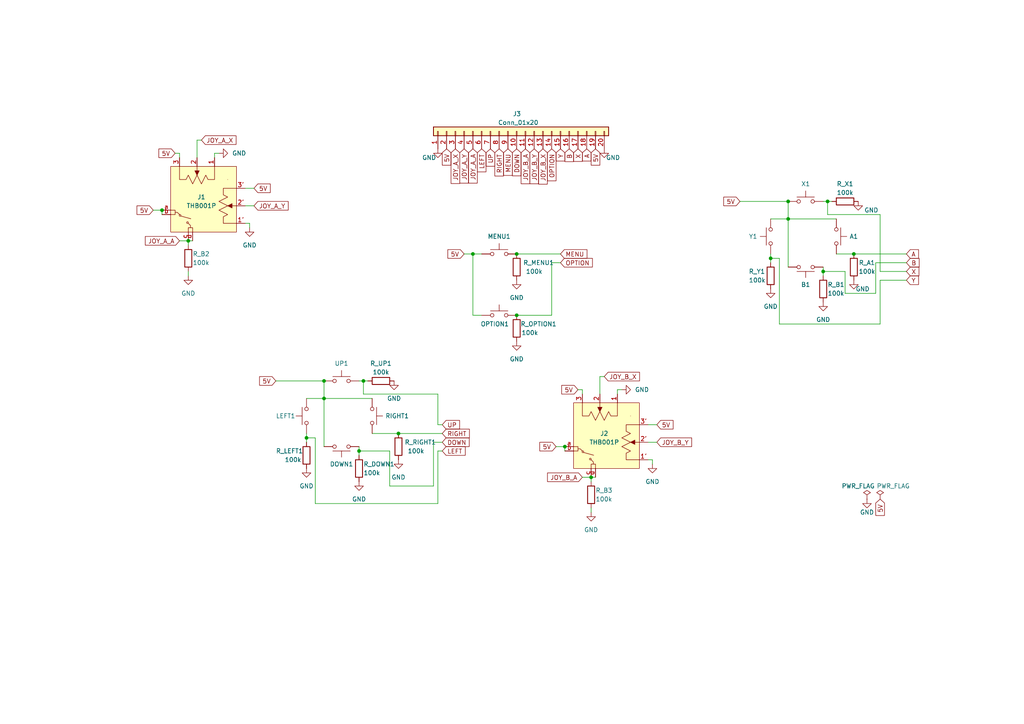
<source format=kicad_sch>
(kicad_sch (version 20211123) (generator eeschema)
  (paper "A4")
  (title_block (title "Mannette de console") (date "2022-11-04") (rev "03") (company "Thibault Tostain") (comment 1 "made by :"))
  (lib_symbols
    (symbol "Connector_Generic:Conn_01x20" (pin_names (offset 1.016) hide)
      (property "Reference" "J" (at 0 25.4 0))
      (property "Value" "Conn_01x20" (at 0 -27.94 0))
      (symbol "Conn_01x20_1_1"
        (rectangle (start -1.27 -25.273) (end 0 -25.527) (stroke (width 0.1524)))
        (rectangle (start -1.27 -22.733) (end 0 -22.987) (stroke (width 0.1524)))
        (rectangle (start -1.27 -20.193) (end 0 -20.447) (stroke (width 0.1524)))
        (rectangle (start -1.27 -17.653) (end 0 -17.907) (stroke (width 0.1524)))
        (rectangle (start -1.27 -15.113) (end 0 -15.367) (stroke (width 0.1524)))
        (rectangle (start -1.27 -12.573) (end 0 -12.827) (stroke (width 0.1524)))
        (rectangle (start -1.27 -10.033) (end 0 -10.287) (stroke (width 0.1524)))
        (rectangle (start -1.27 -7.493) (end 0 -7.747) (stroke (width 0.1524)))
        (rectangle (start -1.27 -4.953) (end 0 -5.207) (stroke (width 0.1524)))
        (rectangle (start -1.27 -2.413) (end 0 -2.667) (stroke (width 0.1524)))
        (rectangle (start -1.27 0.127) (end 0 -0.127) (stroke (width 0.1524)))
        (rectangle (start -1.27 2.667) (end 0 2.413) (stroke (width 0.1524)))
        (rectangle (start -1.27 5.207) (end 0 4.953) (stroke (width 0.1524)))
        (rectangle (start -1.27 7.747) (end 0 7.493) (stroke (width 0.1524)))
        (rectangle (start -1.27 10.287) (end 0 10.033) (stroke (width 0.1524)))
        (rectangle (start -1.27 12.827) (end 0 12.573) (stroke (width 0.1524)))
        (rectangle (start -1.27 15.367) (end 0 15.113) (stroke (width 0.1524)))
        (rectangle (start -1.27 17.907) (end 0 17.653) (stroke (width 0.1524)))
        (rectangle (start -1.27 20.447) (end 0 20.193) (stroke (width 0.1524)))
        (rectangle (start -1.27 22.987) (end 0 22.733) (stroke (width 0.1524)))
        (rectangle (start -1.27 24.13) (end 1.27 -26.67) (stroke (width 0.254)) (fill (type background)))
        (pin passive line (at -5.08 22.86 0) (length 3.81) (name "Pin_1") (number "1"))
        (pin passive line (at -5.08 0 0) (length 3.81) (name "Pin_10") (number "10"))
        (pin passive line (at -5.08 -2.54 0) (length 3.81) (name "Pin_11") (number "11"))
        (pin passive line (at -5.08 -5.08 0) (length 3.81) (name "Pin_12") (number "12"))
        (pin passive line (at -5.08 -7.62 0) (length 3.81) (name "Pin_13") (number "13"))
        (pin passive line (at -5.08 -10.16 0) (length 3.81) (name "Pin_14") (number "14"))
        (pin passive line (at -5.08 -12.7 0) (length 3.81) (name "Pin_15") (number "15"))
        (pin passive line (at -5.08 -15.24 0) (length 3.81) (name "Pin_16") (number "16"))
        (pin passive line (at -5.08 -17.78 0) (length 3.81) (name "Pin_17") (number "17"))
        (pin passive line (at -5.08 -20.32 0) (length 3.81) (name "Pin_18") (number "18"))
        (pin passive line (at -5.08 -22.86 0) (length 3.81) (name "Pin_19") (number "19"))
        (pin passive line (at -5.08 20.32 0) (length 3.81) (name "Pin_2") (number "2"))
        (pin passive line (at -5.08 -25.4 0) (length 3.81) (name "Pin_20") (number "20"))
        (pin passive line (at -5.08 17.78 0) (length 3.81) (name "Pin_3") (number "3"))
        (pin passive line (at -5.08 15.24 0) (length 3.81) (name "Pin_4") (number "4"))
        (pin passive line (at -5.08 12.7 0) (length 3.81) (name "Pin_5") (number "5"))
        (pin passive line (at -5.08 10.16 0) (length 3.81) (name "Pin_6") (number "6"))
        (pin passive line (at -5.08 7.62 0) (length 3.81) (name "Pin_7") (number "7"))
        (pin passive line (at -5.08 5.08 0) (length 3.81) (name "Pin_8") (number "8"))
        (pin passive line (at -5.08 2.54 0) (length 3.81) (name "Pin_9") (number "9"))
      )
    )
    (symbol "Device:R" (pin_numbers hide) (pin_names (offset 0))
      (property "Reference" "R" (at 2.032 0 90))
      (property "Value" "R" (at 0 0 90))
      (symbol "R_0_1"
        (rectangle (start -1.016 -2.54) (end 1.016 2.54) (stroke (width 0.254)))
      )
      (symbol "R_1_1"
        (pin passive line (at 0 3.81 270) (length 1.27) (name "~") (number "1"))
        (pin passive line (at 0 -3.81 90) (length 1.27) (name "~") (number "2"))
      )
    )
    (symbol "LibPerso:THB001P"
      (property "Reference" "J" (at 0 10.16 0))
      (property "Value" "THB001P" (at 0 7.62 0))
      (symbol "THB001P_0_1"
        (rectangle (start -19.05 2.54) (end 0 -16.51) (fill (type background)))
        (circle (center -16.3576 -11.6586) (radius 0.2502))
        (circle (center -14.1986 -13.7668) (radius 0.2502))
        (rectangle (start -2.54 -1.27) (end -2.54 -1.27))
        (polyline (pts (xy -16.129 -11.8618) (xy -13.2334 -12.6492)))
        (polyline (pts (xy -11.43 2.54) (xy -11.43 1.27) (xy -10.795 1.27) (xy -11.43 0) (xy -12.065 1.27) (xy -11.43 1.27) (xy -11.43 1.27)) (fill (type outline)))
        (polyline (pts (xy 0 -8.89) (xy -1.27 -8.89) (xy -1.27 -9.525) (xy -2.54 -8.89) (xy -1.27 -8.255) (xy -1.27 -8.89) (xy -1.27 -8.89)) (fill (type outline)))
        (polyline (pts (xy -19.05 -10.16) (xy -17.78 -10.16) (xy -17.78 -11.43) (xy -19.05 -11.43) (xy -17.78 -11.43) (xy -17.78 -10.795) (xy -17.145 -10.795) (xy -16.51 -11.43) (xy -16.51 -11.43)))
        (polyline (pts (xy -12.7 -16.51) (xy -12.7 -15.24) (xy -13.97 -15.24) (xy -13.97 -16.51) (xy -13.97 -15.24) (xy -13.335 -15.24) (xy -13.335 -14.605) (xy -13.97 -13.97) (xy -13.97 -13.97)))
        (polyline (pts (xy -6.35 2.54) (xy -6.35 -1.27) (xy -8.255 -1.27) (xy -8.89 0) (xy -10.16 -2.54) (xy -11.43 0) (xy -12.7 -2.54) (xy -13.97 0) (xy -14.605 -1.27) (xy -16.51 -1.27) (xy -16.51 2.54) (xy -16.51 2.54)))
        (polyline (pts (xy 0 -13.97) (xy -3.81 -13.97) (xy -3.81 -12.065) (xy -2.54 -11.43) (xy -5.08 -10.16) (xy -2.54 -8.89) (xy -5.08 -7.62) (xy -2.54 -6.35) (xy -3.81 -5.715) (xy -3.81 -3.81) (xy 0 -3.81) (xy 0 -3.81)))
      )
      (symbol "THB001P_1_1"
        (pin bidirectional line (at -6.35 5.08 270) (length 2.54) (name "") (number "1"))
        (pin bidirectional line (at 2.54 -13.97 180) (length 2.54) (name "") (number "1'"))
        (pin bidirectional line (at -11.43 5.08 270) (length 2.54) (name "") (number "2"))
        (pin bidirectional line (at 2.54 -8.89 180) (length 2.54) (name "") (number "2'"))
        (pin bidirectional line (at -16.51 5.08 270) (length 2.54) (name "") (number "3"))
        (pin bidirectional line (at 2.54 -3.81 180) (length 2.54) (name "") (number "3'"))
        (pin bidirectional line (at -21.59 -10.16 0) (length 2.54) (name "") (number "a"))
        (pin bidirectional line (at -21.59 -11.43 0) (length 2.54) (name "") (number "b"))
        (pin bidirectional line (at -13.97 -19.05 90) (length 2.54) (name "") (number "c"))
        (pin bidirectional line (at -12.7 -19.05 90) (length 2.54) (name "") (number "d"))
      )
    )
    (symbol "Switch:SW_Push" (pin_numbers hide) (pin_names (offset 1.016) hide)
      (property "Reference" "SW" (at 1.27 2.54 0))
      (property "Value" "SW_Push" (at 0 -1.524 0))
      (symbol "SW_Push_0_1"
        (circle (center -2.032 0) (radius 0.508))
        (polyline (pts (xy 0 1.27) (xy 0 3.048)))
        (polyline (pts (xy 2.54 1.27) (xy -2.54 1.27)))
        (circle (center 2.032 0) (radius 0.508))
        (pin passive line (at -5.08 0 0) (length 2.54) (name "1") (number "1"))
        (pin passive line (at 5.08 0 180) (length 2.54) (name "2") (number "2"))
      )
    )
    (symbol "power:GND" (power) (pin_names (offset 0))
      (property "Value" "GND" (at 0 -3.81 0))
      (symbol "GND_0_1"
        (polyline (pts (xy 0 0) (xy 0 -1.27) (xy 1.27 -1.27) (xy 0 -2.54) (xy -1.27 -1.27) (xy 0 -1.27)))
      )
      (symbol "GND_1_1"
        (pin power_in line (at 0 0 270) (length 0) hide (name "GND") (number "1"))
      )
    )
    (symbol "power:PWR_FLAG" (power) (pin_numbers hide) (pin_names (offset 0) hide)
      (property "Value" "PWR_FLAG" (at 0 3.81 0))
      (symbol "PWR_FLAG_0_0"
        (pin power_out line (at 0 0 90) (length 0) (name "pwr") (number "1"))
      )
      (symbol "PWR_FLAG_0_1"
        (polyline (pts (xy 0 0) (xy 0 1.27) (xy -1.016 1.905) (xy 0 2.54) (xy 1.016 1.905) (xy 0 1.27)))
      )
    )
  )
  (junction (at 137.16 73.66))
  (junction (at 223.52 74.93))
  (junction (at 240.03 58.42))
  (junction (at 149.86 73.66))
  (junction (at 104.14 130.81))
  (junction (at 54.61 69.85))
  (junction (at 247.65 73.66))
  (junction (at 228.6 63.5))
  (junction (at 228.6 58.42))
  (junction (at 238.76 78.74))
  (junction (at 105.41 110.49))
  (junction (at 149.86 91.44))
  (junction (at 171.45 138.43))
  (junction (at 88.9 127))
  (junction (at 115.57 125.73))
  (junction (at 93.98 115.57))
  (junction (at 93.98 110.49))
  (junction (at 163.83 129.54))
  (junction (at 46.99 60.96))
  (wire (pts (xy 52.07 44.45) (xy 52.07 45.72)))
  (wire (pts (xy 127 130.81) (xy 127 146.05)))
  (wire (pts (xy 168.91 138.43) (xy 171.45 138.43)))
  (wire (pts (xy 171.45 138.43) (xy 172.72 138.43)))
  (wire (pts (xy 163.83 129.54) (xy 163.83 130.81)))
  (wire (pts (xy 93.98 115.57) (xy 93.98 129.54)))
  (wire (pts (xy 93.98 115.57) (xy 107.95 115.57)))
  (wire (pts (xy 245.11 85.09) (xy 245.11 78.74)))
  (wire (pts (xy 134.62 73.66) (xy 137.16 73.66)))
  (wire (pts (xy 187.96 123.19) (xy 190.5 123.19)))
  (wire (pts (xy 238.76 77.47) (xy 238.76 78.74)))
  (wire (pts (xy 54.61 69.85) (xy 55.88 69.85)))
  (wire (pts (xy 168.91 113.03) (xy 168.91 114.3)))
  (wire (pts (xy 262.89 78.74) (xy 255.27 78.74)))
  (wire (pts (xy 255.27 62.23) (xy 240.03 62.23)))
  (wire (pts (xy 46.99 60.96) (xy 46.99 62.23)))
  (wire (pts (xy 104.14 129.54) (xy 104.14 130.81)))
  (wire (pts (xy 240.03 58.42) (xy 241.3 58.42)))
  (wire (pts (xy 149.86 73.66) (xy 162.56 73.66)))
  (wire (pts (xy 72.39 64.77) (xy 71.12 64.77)))
  (wire (pts (xy 189.23 134.62) (xy 189.23 133.35)))
  (wire (pts (xy 113.03 140.97) (xy 113.03 130.81)))
  (wire (pts (xy 105.41 114.3) (xy 105.41 110.49)))
  (wire (pts (xy 44.45 60.96) (xy 46.99 60.96)))
  (wire (pts (xy 238.76 58.42) (xy 240.03 58.42)))
  (wire (pts (xy 137.16 73.66) (xy 139.7 73.66)))
  (wire (pts (xy 71.12 54.61) (xy 73.66 54.61)))
  (wire (pts (xy 226.06 74.93) (xy 223.52 74.93)))
  (wire (pts (xy 223.52 74.93) (xy 223.52 76.2)))
  (wire (pts (xy 128.27 128.27) (xy 125.73 128.27)))
  (wire (pts (xy 161.29 129.54) (xy 163.83 129.54)))
  (wire (pts (xy 228.6 63.5) (xy 228.6 77.47)))
  (wire (pts (xy 54.61 69.85) (xy 54.61 71.12)))
  (wire (pts (xy 71.12 59.69) (xy 73.66 59.69)))
  (wire (pts (xy 88.9 125.73) (xy 88.9 127)))
  (wire (pts (xy 240.03 62.23) (xy 240.03 58.42)))
  (wire (pts (xy 127 146.05) (xy 91.44 146.05)))
  (wire (pts (xy 223.52 63.5) (xy 228.6 63.5)))
  (wire (pts (xy 167.64 113.03) (xy 168.91 113.03)))
  (wire (pts (xy 128.27 130.81) (xy 127 130.81)))
  (wire (pts (xy 247.65 73.66) (xy 262.89 73.66)))
  (wire (pts (xy 54.61 78.74) (xy 54.61 80.01)))
  (wire (pts (xy 242.57 73.66) (xy 247.65 73.66)))
  (wire (pts (xy 262.89 81.28) (xy 255.27 81.28)))
  (wire (pts (xy 179.07 113.03) (xy 179.07 114.3)))
  (wire (pts (xy 160.02 91.44) (xy 149.86 91.44)))
  (wire (pts (xy 63.5 44.45) (xy 62.23 44.45)))
  (wire (pts (xy 255.27 93.98) (xy 226.06 93.98)))
  (wire (pts (xy 228.6 63.5) (xy 242.57 63.5)))
  (wire (pts (xy 214.63 58.42) (xy 228.6 58.42)))
  (wire (pts (xy 245.11 78.74) (xy 238.76 78.74)))
  (wire (pts (xy 255.27 78.74) (xy 255.27 62.23)))
  (wire (pts (xy 254 85.09) (xy 245.11 85.09)))
  (wire (pts (xy 127 123.19) (xy 127 114.3)))
  (wire (pts (xy 173.99 109.22) (xy 173.99 114.3)))
  (wire (pts (xy 88.9 127) (xy 88.9 128.27)))
  (wire (pts (xy 105.41 110.49) (xy 106.68 110.49)))
  (wire (pts (xy 171.45 147.32) (xy 171.45 148.59)))
  (wire (pts (xy 91.44 127) (xy 88.9 127)))
  (wire (pts (xy 104.14 110.49) (xy 105.41 110.49)))
  (wire (pts (xy 57.15 40.64) (xy 57.15 45.72)))
  (wire (pts (xy 115.57 125.73) (xy 128.27 125.73)))
  (wire (pts (xy 226.06 93.98) (xy 226.06 74.93)))
  (wire (pts (xy 162.56 76.2) (xy 160.02 76.2)))
  (wire (pts (xy 72.39 66.04) (xy 72.39 64.77)))
  (wire (pts (xy 52.07 69.85) (xy 54.61 69.85)))
  (wire (pts (xy 238.76 78.74) (xy 238.76 80.01)))
  (wire (pts (xy 125.73 140.97) (xy 113.03 140.97)))
  (wire (pts (xy 58.42 40.64) (xy 57.15 40.64)))
  (wire (pts (xy 104.14 130.81) (xy 104.14 132.08)))
  (wire (pts (xy 107.95 125.73) (xy 115.57 125.73)))
  (wire (pts (xy 175.26 109.22) (xy 173.99 109.22)))
  (wire (pts (xy 80.01 110.49) (xy 93.98 110.49)))
  (wire (pts (xy 127 114.3) (xy 105.41 114.3)))
  (wire (pts (xy 88.9 115.57) (xy 93.98 115.57)))
  (wire (pts (xy 255.27 81.28) (xy 255.27 93.98)))
  (wire (pts (xy 125.73 128.27) (xy 125.73 140.97)))
  (wire (pts (xy 187.96 128.27) (xy 190.5 128.27)))
  (wire (pts (xy 137.16 91.44) (xy 139.7 91.44)))
  (wire (pts (xy 171.45 138.43) (xy 171.45 139.7)))
  (wire (pts (xy 62.23 44.45) (xy 62.23 45.72)))
  (wire (pts (xy 93.98 110.49) (xy 93.98 115.57)))
  (wire (pts (xy 91.44 146.05) (xy 91.44 127)))
  (wire (pts (xy 50.8 44.45) (xy 52.07 44.45)))
  (wire (pts (xy 160.02 76.2) (xy 160.02 91.44)))
  (wire (pts (xy 228.6 58.42) (xy 228.6 63.5)))
  (wire (pts (xy 189.23 133.35) (xy 187.96 133.35)))
  (wire (pts (xy 137.16 73.66) (xy 137.16 91.44)))
  (wire (pts (xy 180.34 113.03) (xy 179.07 113.03)))
  (wire (pts (xy 128.27 123.19) (xy 127 123.19)))
  (wire (pts (xy 254 76.2) (xy 254 85.09)))
  (wire (pts (xy 262.89 76.2) (xy 254 76.2)))
  (wire (pts (xy 113.03 130.81) (xy 104.14 130.81)))
  (wire (pts (xy 223.52 73.66) (xy 223.52 74.93)))
  (global_label "5V" (shape input) (at 161.29 129.54 180) (property "Intersheet References" "${INTERSHEET_REFS}" (effects hide)))
  (global_label "JOY_B_A" (shape input) (at 168.91 138.43 180) (property "Intersheet References" "${INTERSHEET_REFS}" (effects hide)))
  (global_label "Y" (shape input) (at 262.89 81.28 0) (property "Intersheet References" "${INTERSHEET_REFS}" (effects hide)))
  (global_label "5V" (shape input) (at 44.45 60.96 180) (property "Intersheet References" "${INTERSHEET_REFS}" (effects hide)))
  (global_label "5V" (shape input) (at 73.66 54.61 0) (property "Intersheet References" "${INTERSHEET_REFS}" (effects hide)))
  (global_label "OPTION" (shape input) (at 162.56 76.2 0) (property "Intersheet References" "${INTERSHEET_REFS}" (effects hide)))
  (global_label "X" (shape input) (at 167.64 43.18 270) (property "Intersheet References" "${INTERSHEET_REFS}" (effects hide)))
  (global_label "LEFT" (shape input) (at 128.27 130.81 0) (property "Intersheet References" "${INTERSHEET_REFS}" (effects hide)))
  (global_label "JOY_B_A" (shape input) (at 152.4 43.18 270) (property "Intersheet References" "${INTERSHEET_REFS}" (effects hide)))
  (global_label "JOY_A_A" (shape input) (at 137.16 43.18 270) (property "Intersheet References" "${INTERSHEET_REFS}" (effects hide)))
  (global_label "JOY_B_X" (shape input) (at 175.26 109.22 0) (property "Intersheet References" "${INTERSHEET_REFS}" (effects hide)))
  (global_label "5V" (shape input) (at 50.8 44.45 180) (property "Intersheet References" "${INTERSHEET_REFS}" (effects hide)))
  (global_label "JOY_B_Y" (shape input) (at 190.5 128.27 0) (property "Intersheet References" "${INTERSHEET_REFS}" (effects hide)))
  (global_label "5V" (shape input) (at 167.64 113.03 180) (property "Intersheet References" "${INTERSHEET_REFS}" (effects hide)))
  (global_label "JOY_A_X" (shape input) (at 58.42 40.64 0) (property "Intersheet References" "${INTERSHEET_REFS}" (effects hide)))
  (global_label "JOY_B_X" (shape input) (at 157.48 43.18 270) (property "Intersheet References" "${INTERSHEET_REFS}" (effects hide)))
  (global_label "MENU" (shape input) (at 147.32 43.18 270) (property "Intersheet References" "${INTERSHEET_REFS}" (effects hide)))
  (global_label "B" (shape input) (at 165.1 43.18 270) (property "Intersheet References" "${INTERSHEET_REFS}" (effects hide)))
  (global_label "5V" (shape input) (at 255.27 144.78 270) (property "Intersheet References" "${INTERSHEET_REFS}" (effects hide)))
  (global_label "A" (shape input) (at 262.89 73.66 0) (property "Intersheet References" "${INTERSHEET_REFS}" (effects hide)))
  (global_label "MENU" (shape input) (at 162.56 73.66 0) (property "Intersheet References" "${INTERSHEET_REFS}" (effects hide)))
  (global_label "OPTION" (shape input) (at 160.02 43.18 270) (property "Intersheet References" "${INTERSHEET_REFS}" (effects hide)))
  (global_label "UP" (shape input) (at 142.24 43.18 270) (property "Intersheet References" "${INTERSHEET_REFS}" (effects hide)))
  (global_label "5V" (shape input) (at 80.01 110.49 180) (property "Intersheet References" "${INTERSHEET_REFS}" (effects hide)))
  (global_label "B" (shape input) (at 262.89 76.2 0) (property "Intersheet References" "${INTERSHEET_REFS}" (effects hide)))
  (global_label "X" (shape input) (at 262.89 78.74 0) (property "Intersheet References" "${INTERSHEET_REFS}" (effects hide)))
  (global_label "5V" (shape input) (at 172.72 43.18 270) (property "Intersheet References" "${INTERSHEET_REFS}" (effects hide)))
  (global_label "JOY_A_Y" (shape input) (at 134.62 43.18 270) (property "Intersheet References" "${INTERSHEET_REFS}" (effects hide)))
  (global_label "DOWN" (shape input) (at 128.27 128.27 0) (property "Intersheet References" "${INTERSHEET_REFS}" (effects hide)))
  (global_label "JOY_A_A" (shape input) (at 52.07 69.85 180) (property "Intersheet References" "${INTERSHEET_REFS}" (effects hide)))
  (global_label "JOY_A_Y" (shape input) (at 73.66 59.69 0) (property "Intersheet References" "${INTERSHEET_REFS}" (effects hide)))
  (global_label "RIGHT" (shape input) (at 144.78 43.18 270) (property "Intersheet References" "${INTERSHEET_REFS}" (effects hide)))
  (global_label "5V" (shape input) (at 129.54 43.18 270) (property "Intersheet References" "${INTERSHEET_REFS}" (effects hide)))
  (global_label "5V" (shape input) (at 214.63 58.42 180) (property "Intersheet References" "${INTERSHEET_REFS}" (effects hide)))
  (global_label "JOY_A_X" (shape input) (at 132.08 43.18 270) (property "Intersheet References" "${INTERSHEET_REFS}" (effects hide)))
  (global_label "JOY_B_Y" (shape input) (at 154.94 43.18 270) (property "Intersheet References" "${INTERSHEET_REFS}" (effects hide)))
  (global_label "Y" (shape input) (at 162.56 43.18 270) (property "Intersheet References" "${INTERSHEET_REFS}" (effects hide)))
  (global_label "DOWN" (shape input) (at 149.86 43.18 270) (property "Intersheet References" "${INTERSHEET_REFS}" (effects hide)))
  (global_label "LEFT" (shape input) (at 139.7 43.18 270) (property "Intersheet References" "${INTERSHEET_REFS}" (effects hide)))
  (global_label "UP" (shape input) (at 128.27 123.19 0) (property "Intersheet References" "${INTERSHEET_REFS}" (effects hide)))
  (global_label "5V" (shape input) (at 134.62 73.66 180) (property "Intersheet References" "${INTERSHEET_REFS}" (effects hide)))
  (global_label "5V" (shape input) (at 190.5 123.19 0) (property "Intersheet References" "${INTERSHEET_REFS}" (effects hide)))
  (global_label "RIGHT" (shape input) (at 128.27 125.73 0) (property "Intersheet References" "${INTERSHEET_REFS}" (effects hide)))
  (global_label "A" (shape input) (at 170.18 43.18 270) (property "Intersheet References" "${INTERSHEET_REFS}" (effects hide)))
  (symbol (lib_id "Device:R") (at 247.65 77.47 0) (unit 1)
    (property "Reference" "R_A1" (at 251.46 76.2 0))
    (property "Value" "100k" (at 251.46 78.74 0))
    (property "Footprint" "Resistor_THT:R_Axial_DIN0411_L9.9mm_D3.6mm_P15.24mm_Horizontal" (effects hide))
  )
  (symbol (lib_id "Switch:SW_Push") (at 233.68 77.47 180) (unit 1)
    (property "Reference" "B1" (at 233.68 82.55 0))
    (property "Value" "SW_Push" (effects hide))
    (property "Footprint" "Button_Switch_THT:SW_PUSH_6mm_H9.5mm" (effects hide))
  )
  (symbol (lib_id "power:GND") (at 104.14 139.7 0) (unit 1)
    (property "Reference" "#PWR02" (effects hide))
    (property "Value" "GND" (at 104.14 144.78 0))
  )
  (symbol (lib_id "power:GND") (at 127 43.18 0) (unit 1)
    (property "Reference" "#PWR0105" (effects hide))
    (property "Value" "GND" (at 124.46 45.72 0))
  )
  (symbol (lib_id "Device:R") (at 223.52 80.01 180) (unit 1)
    (property "Reference" "R_Y1" (at 217.17 78.74 0) (effects (justify right)))
    (property "Value" "100k" (at 217.17 81.28 0) (effects (justify right)))
    (property "Footprint" "Resistor_THT:R_Axial_DIN0411_L9.9mm_D3.6mm_P15.24mm_Horizontal" (effects hide))
  )
  (symbol (lib_id "Switch:SW_Push") (at 223.52 68.58 90) (unit 1)
    (property "Reference" "Y1" (at 217.17 68.58 90) (effects (justify right)))
    (property "Value" "SW_Push" (effects hide))
    (property "Footprint" "Button_Switch_THT:SW_PUSH_6mm_H9.5mm" (effects hide))
  )
  (symbol (lib_id "power:GND") (at 63.5 44.45 90) (unit 1)
    (property "Reference" "#PWR016" (effects hide))
    (property "Value" "GND" (at 67.31 44.4499 90) (effects (justify right)))
  )
  (symbol (lib_id "power:GND") (at 149.86 81.28 0) (unit 1)
    (property "Reference" "#PWR05" (effects hide))
    (property "Value" "GND" (at 149.86 86.36 0))
  )
  (symbol (lib_id "Device:R") (at 149.86 77.47 0) (unit 1)
    (property "Reference" "R_MENU1" (at 156.21 76.2 0))
    (property "Value" "100k" (at 154.94 78.74 0))
    (property "Footprint" "Resistor_THT:R_Axial_DIN0411_L9.9mm_D3.6mm_P15.24mm_Horizontal" (effects hide))
  )
  (symbol (lib_id "power:GND") (at 189.23 134.62 0) (unit 1)
    (property "Reference" "#PWR0104" (effects hide))
    (property "Value" "GND" (at 189.23 139.7 0))
  )
  (symbol (lib_id "Switch:SW_Push") (at 107.95 120.65 270) (unit 1)
    (property "Reference" "RIGHT1" (at 111.76 120.65 90) (effects (justify left)))
    (property "Value" "SW_Push" (effects hide))
    (property "Footprint" "Button_Switch_THT:SW_PUSH_6mm_H9.5mm" (effects hide))
  )
  (symbol (lib_id "power:GND") (at 115.57 133.35 0) (unit 1)
    (property "Reference" "#PWR04" (effects hide))
    (property "Value" "GND" (at 115.57 138.43 0))
  )
  (symbol (lib_id "power:GND") (at 251.46 144.78 0) (unit 1)
    (property "Reference" "#PWR013" (effects hide))
    (property "Value" "GND" (at 251.46 148.59 0))
  )
  (symbol (lib_id "Device:R") (at 149.86 95.25 0) (unit 1)
    (property "Reference" "R_OPTION1" (at 156.21 93.98 0))
    (property "Value" "100k" (at 153.67 96.52 0))
    (property "Footprint" "Resistor_THT:R_Axial_DIN0411_L9.9mm_D3.6mm_P15.24mm_Horizontal" (effects hide))
  )
  (symbol (lib_id "power:GND") (at 238.76 87.63 0) (unit 1)
    (property "Reference" "#PWR010" (effects hide))
    (property "Value" "GND" (at 238.76 92.71 0))
  )
  (symbol (lib_id "power:GND") (at 223.52 83.82 0) (unit 1)
    (property "Reference" "#PWR09" (effects hide))
    (property "Value" "GND" (at 223.52 88.9 0))
  )
  (symbol (lib_id "power:PWR_FLAG") (at 251.46 144.78 0) (unit 1)
    (property "Reference" "#FLG0102" (effects hide))
    (property "Value" "PWR_FLAG" (at 248.92 140.97 0))
  )
  (symbol (lib_id "power:GND") (at 180.34 113.03 90) (unit 1)
    (property "Reference" "#PWR0102" (effects hide))
    (property "Value" "GND" (at 184.15 113.0299 90) (effects (justify right)))
  )
  (symbol (lib_id "Device:R") (at 238.76 83.82 180) (unit 1)
    (property "Reference" "R_B1" (at 240.03 82.55 0) (effects (justify right)))
    (property "Value" "100k" (at 240.03 85.09 0) (effects (justify right)))
    (property "Footprint" "Resistor_THT:R_Axial_DIN0411_L9.9mm_D3.6mm_P15.24mm_Horizontal" (effects hide))
  )
  (symbol (lib_id "Switch:SW_Push") (at 233.68 58.42 0) (unit 1)
    (property "Reference" "X1" (at 233.68 53.34 0))
    (property "Value" "SW_Push" (effects hide))
    (property "Footprint" "Button_Switch_THT:SW_PUSH_6mm_H9.5mm" (effects hide))
  )
  (symbol (lib_id "Device:R") (at 88.9 132.08 180) (unit 1)
    (property "Reference" "R_LEFT1" (at 80.01 130.81 0) (effects (justify right)))
    (property "Value" "100k" (at 82.55 133.35 0) (effects (justify right)))
    (property "Footprint" "Resistor_THT:R_Axial_DIN0411_L9.9mm_D3.6mm_P15.24mm_Horizontal" (effects hide))
  )
  (symbol (lib_id "LibPerso:THB001P") (at 185.42 119.38 0) (unit 1)
    (property "Reference" "J2" (at 175.26 125.73 0))
    (property "Value" "THB001P" (at 175.26 128.27 0))
    (property "Footprint" "LibPerso:Joystick_THB001P" (effects hide))
  )
  (symbol (lib_id "Device:R") (at 110.49 110.49 270) (unit 1)
    (property "Reference" "R_UP1" (at 110.49 105.41 90))
    (property "Value" "100k" (at 110.49 107.95 90))
    (property "Footprint" "Resistor_THT:R_Axial_DIN0411_L9.9mm_D3.6mm_P15.24mm_Horizontal" (effects hide))
  )
  (symbol (lib_id "power:GND") (at 248.92 58.42 0) (unit 1)
    (property "Reference" "#PWR012" (effects hide))
    (property "Value" "GND" (at 252.73 60.96 0))
  )
  (symbol (lib_id "Device:R") (at 54.61 74.93 180) (unit 1)
    (property "Reference" "R_B2" (at 55.88 73.66 0) (effects (justify right)))
    (property "Value" "100k" (at 55.88 76.2 0) (effects (justify right)))
    (property "Footprint" "Resistor_THT:R_Axial_DIN0411_L9.9mm_D3.6mm_P15.24mm_Horizontal" (effects hide))
  )
  (symbol (lib_id "power:GND") (at 149.86 99.06 0) (unit 1)
    (property "Reference" "#PWR06" (effects hide))
    (property "Value" "GND" (at 149.86 104.14 0))
  )
  (symbol (lib_id "Switch:SW_Push") (at 144.78 91.44 0) (unit 1)
    (property "Reference" "OPTION1" (at 143.51 93.98 0))
    (property "Value" "SW_Push" (effects hide))
    (property "Footprint" "Button_Switch_THT:SW_PUSH_6mm_H9.5mm" (effects hide))
  )
  (symbol (lib_id "power:GND") (at 88.9 135.89 0) (unit 1)
    (property "Reference" "#PWR01" (effects hide))
    (property "Value" "GND" (at 88.9 140.97 0))
  )
  (symbol (lib_id "Switch:SW_Push") (at 88.9 120.65 90) (unit 1)
    (property "Reference" "LEFT1" (at 80.01 120.65 90) (effects (justify right)))
    (property "Value" "SW_Push" (effects hide))
    (property "Footprint" "Button_Switch_THT:SW_PUSH_6mm_H9.5mm" (effects hide))
  )
  (symbol (lib_id "Switch:SW_Push") (at 99.06 110.49 0) (unit 1)
    (property "Reference" "UP1" (at 99.06 105.41 0))
    (property "Value" "SW_Push" (effects hide))
    (property "Footprint" "Button_Switch_THT:SW_PUSH_6mm_H9.5mm" (effects hide))
  )
  (symbol (lib_id "Device:R") (at 104.14 135.89 180) (unit 1)
    (property "Reference" "R_DOWN1" (at 105.41 134.62 0) (effects (justify right)))
    (property "Value" "100k" (at 105.41 137.16 0) (effects (justify right)))
    (property "Footprint" "Resistor_THT:R_Axial_DIN0411_L9.9mm_D3.6mm_P15.24mm_Horizontal" (effects hide))
  )
  (symbol (lib_id "power:GND") (at 175.26 43.18 0) (unit 1)
    (property "Reference" "#PWR0101" (effects hide))
    (property "Value" "GND" (at 177.8 45.72 0))
  )
  (symbol (lib_id "Device:R") (at 245.11 58.42 270) (unit 1)
    (property "Reference" "R_X1" (at 245.11 53.34 90))
    (property "Value" "100k" (at 245.11 55.88 90))
    (property "Footprint" "Resistor_THT:R_Axial_DIN0411_L9.9mm_D3.6mm_P15.24mm_Horizontal" (effects hide))
  )
  (symbol (lib_id "Device:R") (at 115.57 129.54 0) (unit 1)
    (property "Reference" "R_RIGHT1" (at 121.92 128.27 0))
    (property "Value" "100k" (at 120.65 130.81 0))
    (property "Footprint" "Resistor_THT:R_Axial_DIN0411_L9.9mm_D3.6mm_P15.24mm_Horizontal" (effects hide))
  )
  (symbol (lib_id "Switch:SW_Push") (at 144.78 73.66 0) (unit 1)
    (property "Reference" "MENU1" (at 144.78 68.58 0))
    (property "Value" "SW_Push" (effects hide))
    (property "Footprint" "Button_Switch_THT:SW_PUSH_6mm_H9.5mm" (effects hide))
  )
  (symbol (lib_id "power:PWR_FLAG") (at 255.27 144.78 0) (unit 1)
    (property "Reference" "#FLG0101" (effects hide))
    (property "Value" "PWR_FLAG" (at 259.08 140.97 0))
  )
  (symbol (lib_id "power:GND") (at 72.39 66.04 0) (unit 1)
    (property "Reference" "#PWR017" (effects hide))
    (property "Value" "GND" (at 72.39 71.12 0))
  )
  (symbol (lib_id "power:GND") (at 171.45 148.59 0) (unit 1)
    (property "Reference" "#PWR0103" (effects hide))
    (property "Value" "GND" (at 171.45 153.67 0))
  )
  (symbol (lib_id "Switch:SW_Push") (at 99.06 129.54 180) (unit 1)
    (property "Reference" "DOWN1" (at 99.06 134.62 0))
    (property "Value" "SW_Push" (effects hide))
    (property "Footprint" "Button_Switch_THT:SW_PUSH_6mm_H9.5mm" (effects hide))
  )
  (symbol (lib_id "LibPerso:THB001P") (at 68.58 50.8 0) (unit 1)
    (property "Reference" "J1" (at 58.42 57.15 0))
    (property "Value" "THB001P" (at 58.42 59.69 0))
    (property "Footprint" "LibPerso:Joystick_THB001P" (effects hide))
  )
  (symbol (lib_id "Connector_Generic:Conn_01x20") (at 149.86 38.1 90) (unit 1)
    (property "Reference" "J3" (at 151.13 33.02 90) (effects (justify left)))
    (property "Value" "Conn_01x20" (at 156.21 35.56 90) (effects (justify left)))
    (property "Footprint" "Connector_JST:JST_XH_B20B-XH-A_1x20_P2.50mm_Vertical" (effects hide))
  )
  (symbol (lib_id "power:GND") (at 247.65 81.28 0) (unit 1)
    (property "Reference" "#PWR011" (effects hide))
    (property "Value" "GND" (at 250.19 83.82 0))
  )
  (symbol (lib_id "power:GND") (at 54.61 80.01 0) (unit 1)
    (property "Reference" "#PWR015" (effects hide))
    (property "Value" "GND" (at 54.61 85.09 0))
  )
  (symbol (lib_id "Device:R") (at 171.45 143.51 180) (unit 1)
    (property "Reference" "R_B3" (at 172.72 142.24 0) (effects (justify right)))
    (property "Value" "100k" (at 172.72 144.78 0) (effects (justify right)))
    (property "Footprint" "Resistor_THT:R_Axial_DIN0411_L9.9mm_D3.6mm_P15.24mm_Horizontal" (effects hide))
  )
  (symbol (lib_id "Switch:SW_Push") (at 242.57 68.58 270) (unit 1)
    (property "Reference" "A1" (at 246.38 68.58 90) (effects (justify left)))
    (property "Value" "SW_Push" (effects hide))
    (property "Footprint" "Button_Switch_THT:SW_PUSH_6mm_H9.5mm" (effects hide))
  )
  (symbol (lib_id "power:GND") (at 114.3 110.49 0) (unit 1)
    (property "Reference" "#PWR03" (effects hide))
    (property "Value" "GND" (at 114.3 115.57 0))
  )
)
</source>
